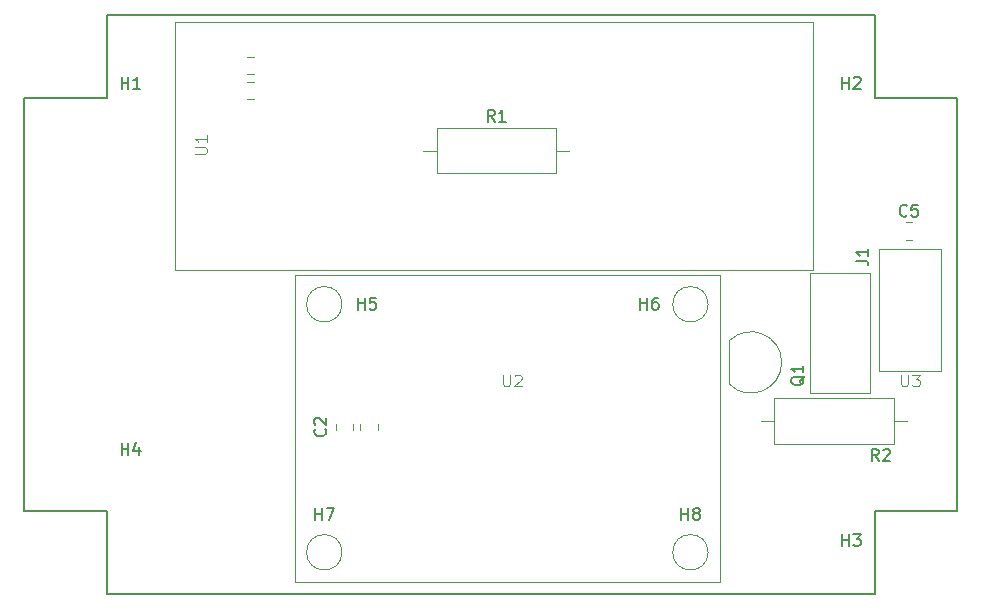
<source format=gbr>
%TF.GenerationSoftware,KiCad,Pcbnew,7.0.5*%
%TF.CreationDate,2024-02-27T08:06:29+01:00*%
%TF.ProjectId,Zeitmessung,5a656974-6d65-4737-9375-6e672e6b6963,rev?*%
%TF.SameCoordinates,Original*%
%TF.FileFunction,Legend,Top*%
%TF.FilePolarity,Positive*%
%FSLAX46Y46*%
G04 Gerber Fmt 4.6, Leading zero omitted, Abs format (unit mm)*
G04 Created by KiCad (PCBNEW 7.0.5) date 2024-02-27 08:06:29*
%MOMM*%
%LPD*%
G01*
G04 APERTURE LIST*
%ADD10C,0.150000*%
%ADD11C,0.100000*%
%ADD12C,0.120000*%
G04 APERTURE END LIST*
D10*
X86000000Y-76000000D02*
X86000000Y-41000000D01*
X86000000Y-41000000D02*
X93000000Y-41000000D01*
X158000000Y-83000000D02*
X93000000Y-83000000D01*
X93000000Y-41000000D02*
X93000000Y-34000000D01*
X165000000Y-76000000D02*
X158000000Y-76000000D01*
X93000000Y-34000000D02*
X158000000Y-34000000D01*
X158000000Y-34000000D02*
X158000000Y-41000000D01*
X158000000Y-41000000D02*
X165000000Y-41000000D01*
X158000000Y-76000000D02*
X158000000Y-83000000D01*
X93000000Y-83000000D02*
X93000000Y-76000000D01*
X93000000Y-76000000D02*
X86000000Y-76000000D01*
X165000000Y-41000000D02*
X165000000Y-76000000D01*
%TO.C,H1*%
X94238095Y-40254819D02*
X94238095Y-39254819D01*
X94238095Y-39731009D02*
X94809523Y-39731009D01*
X94809523Y-40254819D02*
X94809523Y-39254819D01*
X95809523Y-40254819D02*
X95238095Y-40254819D01*
X95523809Y-40254819D02*
X95523809Y-39254819D01*
X95523809Y-39254819D02*
X95428571Y-39397676D01*
X95428571Y-39397676D02*
X95333333Y-39492914D01*
X95333333Y-39492914D02*
X95238095Y-39540533D01*
%TO.C,C5*%
X160733333Y-50979580D02*
X160685714Y-51027200D01*
X160685714Y-51027200D02*
X160542857Y-51074819D01*
X160542857Y-51074819D02*
X160447619Y-51074819D01*
X160447619Y-51074819D02*
X160304762Y-51027200D01*
X160304762Y-51027200D02*
X160209524Y-50931961D01*
X160209524Y-50931961D02*
X160161905Y-50836723D01*
X160161905Y-50836723D02*
X160114286Y-50646247D01*
X160114286Y-50646247D02*
X160114286Y-50503390D01*
X160114286Y-50503390D02*
X160161905Y-50312914D01*
X160161905Y-50312914D02*
X160209524Y-50217676D01*
X160209524Y-50217676D02*
X160304762Y-50122438D01*
X160304762Y-50122438D02*
X160447619Y-50074819D01*
X160447619Y-50074819D02*
X160542857Y-50074819D01*
X160542857Y-50074819D02*
X160685714Y-50122438D01*
X160685714Y-50122438D02*
X160733333Y-50170057D01*
X161638095Y-50074819D02*
X161161905Y-50074819D01*
X161161905Y-50074819D02*
X161114286Y-50551009D01*
X161114286Y-50551009D02*
X161161905Y-50503390D01*
X161161905Y-50503390D02*
X161257143Y-50455771D01*
X161257143Y-50455771D02*
X161495238Y-50455771D01*
X161495238Y-50455771D02*
X161590476Y-50503390D01*
X161590476Y-50503390D02*
X161638095Y-50551009D01*
X161638095Y-50551009D02*
X161685714Y-50646247D01*
X161685714Y-50646247D02*
X161685714Y-50884342D01*
X161685714Y-50884342D02*
X161638095Y-50979580D01*
X161638095Y-50979580D02*
X161590476Y-51027200D01*
X161590476Y-51027200D02*
X161495238Y-51074819D01*
X161495238Y-51074819D02*
X161257143Y-51074819D01*
X161257143Y-51074819D02*
X161161905Y-51027200D01*
X161161905Y-51027200D02*
X161114286Y-50979580D01*
D11*
%TO.C,U2*%
X126538095Y-64457419D02*
X126538095Y-65266942D01*
X126538095Y-65266942D02*
X126585714Y-65362180D01*
X126585714Y-65362180D02*
X126633333Y-65409800D01*
X126633333Y-65409800D02*
X126728571Y-65457419D01*
X126728571Y-65457419D02*
X126919047Y-65457419D01*
X126919047Y-65457419D02*
X127014285Y-65409800D01*
X127014285Y-65409800D02*
X127061904Y-65362180D01*
X127061904Y-65362180D02*
X127109523Y-65266942D01*
X127109523Y-65266942D02*
X127109523Y-64457419D01*
X127538095Y-64552657D02*
X127585714Y-64505038D01*
X127585714Y-64505038D02*
X127680952Y-64457419D01*
X127680952Y-64457419D02*
X127919047Y-64457419D01*
X127919047Y-64457419D02*
X128014285Y-64505038D01*
X128014285Y-64505038D02*
X128061904Y-64552657D01*
X128061904Y-64552657D02*
X128109523Y-64647895D01*
X128109523Y-64647895D02*
X128109523Y-64743133D01*
X128109523Y-64743133D02*
X128061904Y-64885990D01*
X128061904Y-64885990D02*
X127490476Y-65457419D01*
X127490476Y-65457419D02*
X128109523Y-65457419D01*
D10*
%TO.C,R1*%
X125813333Y-43034819D02*
X125480000Y-42558628D01*
X125241905Y-43034819D02*
X125241905Y-42034819D01*
X125241905Y-42034819D02*
X125622857Y-42034819D01*
X125622857Y-42034819D02*
X125718095Y-42082438D01*
X125718095Y-42082438D02*
X125765714Y-42130057D01*
X125765714Y-42130057D02*
X125813333Y-42225295D01*
X125813333Y-42225295D02*
X125813333Y-42368152D01*
X125813333Y-42368152D02*
X125765714Y-42463390D01*
X125765714Y-42463390D02*
X125718095Y-42511009D01*
X125718095Y-42511009D02*
X125622857Y-42558628D01*
X125622857Y-42558628D02*
X125241905Y-42558628D01*
X126765714Y-43034819D02*
X126194286Y-43034819D01*
X126480000Y-43034819D02*
X126480000Y-42034819D01*
X126480000Y-42034819D02*
X126384762Y-42177676D01*
X126384762Y-42177676D02*
X126289524Y-42272914D01*
X126289524Y-42272914D02*
X126194286Y-42320533D01*
%TO.C,H5*%
X114238095Y-58954819D02*
X114238095Y-57954819D01*
X114238095Y-58431009D02*
X114809523Y-58431009D01*
X114809523Y-58954819D02*
X114809523Y-57954819D01*
X115761904Y-57954819D02*
X115285714Y-57954819D01*
X115285714Y-57954819D02*
X115238095Y-58431009D01*
X115238095Y-58431009D02*
X115285714Y-58383390D01*
X115285714Y-58383390D02*
X115380952Y-58335771D01*
X115380952Y-58335771D02*
X115619047Y-58335771D01*
X115619047Y-58335771D02*
X115714285Y-58383390D01*
X115714285Y-58383390D02*
X115761904Y-58431009D01*
X115761904Y-58431009D02*
X115809523Y-58526247D01*
X115809523Y-58526247D02*
X115809523Y-58764342D01*
X115809523Y-58764342D02*
X115761904Y-58859580D01*
X115761904Y-58859580D02*
X115714285Y-58907200D01*
X115714285Y-58907200D02*
X115619047Y-58954819D01*
X115619047Y-58954819D02*
X115380952Y-58954819D01*
X115380952Y-58954819D02*
X115285714Y-58907200D01*
X115285714Y-58907200D02*
X115238095Y-58859580D01*
%TO.C,H2*%
X155238095Y-40254819D02*
X155238095Y-39254819D01*
X155238095Y-39731009D02*
X155809523Y-39731009D01*
X155809523Y-40254819D02*
X155809523Y-39254819D01*
X156238095Y-39350057D02*
X156285714Y-39302438D01*
X156285714Y-39302438D02*
X156380952Y-39254819D01*
X156380952Y-39254819D02*
X156619047Y-39254819D01*
X156619047Y-39254819D02*
X156714285Y-39302438D01*
X156714285Y-39302438D02*
X156761904Y-39350057D01*
X156761904Y-39350057D02*
X156809523Y-39445295D01*
X156809523Y-39445295D02*
X156809523Y-39540533D01*
X156809523Y-39540533D02*
X156761904Y-39683390D01*
X156761904Y-39683390D02*
X156190476Y-40254819D01*
X156190476Y-40254819D02*
X156809523Y-40254819D01*
%TO.C,H4*%
X94238095Y-71254819D02*
X94238095Y-70254819D01*
X94238095Y-70731009D02*
X94809523Y-70731009D01*
X94809523Y-71254819D02*
X94809523Y-70254819D01*
X95714285Y-70588152D02*
X95714285Y-71254819D01*
X95476190Y-70207200D02*
X95238095Y-70921485D01*
X95238095Y-70921485D02*
X95857142Y-70921485D01*
%TO.C,Q1*%
X152050057Y-64595238D02*
X152002438Y-64690476D01*
X152002438Y-64690476D02*
X151907200Y-64785714D01*
X151907200Y-64785714D02*
X151764342Y-64928571D01*
X151764342Y-64928571D02*
X151716723Y-65023809D01*
X151716723Y-65023809D02*
X151716723Y-65119047D01*
X151954819Y-65071428D02*
X151907200Y-65166666D01*
X151907200Y-65166666D02*
X151811961Y-65261904D01*
X151811961Y-65261904D02*
X151621485Y-65309523D01*
X151621485Y-65309523D02*
X151288152Y-65309523D01*
X151288152Y-65309523D02*
X151097676Y-65261904D01*
X151097676Y-65261904D02*
X151002438Y-65166666D01*
X151002438Y-65166666D02*
X150954819Y-65071428D01*
X150954819Y-65071428D02*
X150954819Y-64880952D01*
X150954819Y-64880952D02*
X151002438Y-64785714D01*
X151002438Y-64785714D02*
X151097676Y-64690476D01*
X151097676Y-64690476D02*
X151288152Y-64642857D01*
X151288152Y-64642857D02*
X151621485Y-64642857D01*
X151621485Y-64642857D02*
X151811961Y-64690476D01*
X151811961Y-64690476D02*
X151907200Y-64785714D01*
X151907200Y-64785714D02*
X151954819Y-64880952D01*
X151954819Y-64880952D02*
X151954819Y-65071428D01*
X151954819Y-63690476D02*
X151954819Y-64261904D01*
X151954819Y-63976190D02*
X150954819Y-63976190D01*
X150954819Y-63976190D02*
X151097676Y-64071428D01*
X151097676Y-64071428D02*
X151192914Y-64166666D01*
X151192914Y-64166666D02*
X151240533Y-64261904D01*
%TO.C,J1*%
X156454819Y-54833333D02*
X157169104Y-54833333D01*
X157169104Y-54833333D02*
X157311961Y-54880952D01*
X157311961Y-54880952D02*
X157407200Y-54976190D01*
X157407200Y-54976190D02*
X157454819Y-55119047D01*
X157454819Y-55119047D02*
X157454819Y-55214285D01*
X157454819Y-53833333D02*
X157454819Y-54404761D01*
X157454819Y-54119047D02*
X156454819Y-54119047D01*
X156454819Y-54119047D02*
X156597676Y-54214285D01*
X156597676Y-54214285D02*
X156692914Y-54309523D01*
X156692914Y-54309523D02*
X156740533Y-54404761D01*
%TO.C,H7*%
X110638095Y-76754819D02*
X110638095Y-75754819D01*
X110638095Y-76231009D02*
X111209523Y-76231009D01*
X111209523Y-76754819D02*
X111209523Y-75754819D01*
X111590476Y-75754819D02*
X112257142Y-75754819D01*
X112257142Y-75754819D02*
X111828571Y-76754819D01*
D11*
%TO.C,U3*%
X160238095Y-64457419D02*
X160238095Y-65266942D01*
X160238095Y-65266942D02*
X160285714Y-65362180D01*
X160285714Y-65362180D02*
X160333333Y-65409800D01*
X160333333Y-65409800D02*
X160428571Y-65457419D01*
X160428571Y-65457419D02*
X160619047Y-65457419D01*
X160619047Y-65457419D02*
X160714285Y-65409800D01*
X160714285Y-65409800D02*
X160761904Y-65362180D01*
X160761904Y-65362180D02*
X160809523Y-65266942D01*
X160809523Y-65266942D02*
X160809523Y-64457419D01*
X161190476Y-64457419D02*
X161809523Y-64457419D01*
X161809523Y-64457419D02*
X161476190Y-64838371D01*
X161476190Y-64838371D02*
X161619047Y-64838371D01*
X161619047Y-64838371D02*
X161714285Y-64885990D01*
X161714285Y-64885990D02*
X161761904Y-64933609D01*
X161761904Y-64933609D02*
X161809523Y-65028847D01*
X161809523Y-65028847D02*
X161809523Y-65266942D01*
X161809523Y-65266942D02*
X161761904Y-65362180D01*
X161761904Y-65362180D02*
X161714285Y-65409800D01*
X161714285Y-65409800D02*
X161619047Y-65457419D01*
X161619047Y-65457419D02*
X161333333Y-65457419D01*
X161333333Y-65457419D02*
X161238095Y-65409800D01*
X161238095Y-65409800D02*
X161190476Y-65362180D01*
D10*
%TO.C,H3*%
X155238095Y-78954819D02*
X155238095Y-77954819D01*
X155238095Y-78431009D02*
X155809523Y-78431009D01*
X155809523Y-78954819D02*
X155809523Y-77954819D01*
X156190476Y-77954819D02*
X156809523Y-77954819D01*
X156809523Y-77954819D02*
X156476190Y-78335771D01*
X156476190Y-78335771D02*
X156619047Y-78335771D01*
X156619047Y-78335771D02*
X156714285Y-78383390D01*
X156714285Y-78383390D02*
X156761904Y-78431009D01*
X156761904Y-78431009D02*
X156809523Y-78526247D01*
X156809523Y-78526247D02*
X156809523Y-78764342D01*
X156809523Y-78764342D02*
X156761904Y-78859580D01*
X156761904Y-78859580D02*
X156714285Y-78907200D01*
X156714285Y-78907200D02*
X156619047Y-78954819D01*
X156619047Y-78954819D02*
X156333333Y-78954819D01*
X156333333Y-78954819D02*
X156238095Y-78907200D01*
X156238095Y-78907200D02*
X156190476Y-78859580D01*
D11*
%TO.C,U1*%
X100457419Y-45761904D02*
X101266942Y-45761904D01*
X101266942Y-45761904D02*
X101362180Y-45714285D01*
X101362180Y-45714285D02*
X101409800Y-45666666D01*
X101409800Y-45666666D02*
X101457419Y-45571428D01*
X101457419Y-45571428D02*
X101457419Y-45380952D01*
X101457419Y-45380952D02*
X101409800Y-45285714D01*
X101409800Y-45285714D02*
X101362180Y-45238095D01*
X101362180Y-45238095D02*
X101266942Y-45190476D01*
X101266942Y-45190476D02*
X100457419Y-45190476D01*
X101457419Y-44190476D02*
X101457419Y-44761904D01*
X101457419Y-44476190D02*
X100457419Y-44476190D01*
X100457419Y-44476190D02*
X100600276Y-44571428D01*
X100600276Y-44571428D02*
X100695514Y-44666666D01*
X100695514Y-44666666D02*
X100743133Y-44761904D01*
D10*
%TO.C,C2*%
X111459580Y-69066666D02*
X111507200Y-69114285D01*
X111507200Y-69114285D02*
X111554819Y-69257142D01*
X111554819Y-69257142D02*
X111554819Y-69352380D01*
X111554819Y-69352380D02*
X111507200Y-69495237D01*
X111507200Y-69495237D02*
X111411961Y-69590475D01*
X111411961Y-69590475D02*
X111316723Y-69638094D01*
X111316723Y-69638094D02*
X111126247Y-69685713D01*
X111126247Y-69685713D02*
X110983390Y-69685713D01*
X110983390Y-69685713D02*
X110792914Y-69638094D01*
X110792914Y-69638094D02*
X110697676Y-69590475D01*
X110697676Y-69590475D02*
X110602438Y-69495237D01*
X110602438Y-69495237D02*
X110554819Y-69352380D01*
X110554819Y-69352380D02*
X110554819Y-69257142D01*
X110554819Y-69257142D02*
X110602438Y-69114285D01*
X110602438Y-69114285D02*
X110650057Y-69066666D01*
X110650057Y-68685713D02*
X110602438Y-68638094D01*
X110602438Y-68638094D02*
X110554819Y-68542856D01*
X110554819Y-68542856D02*
X110554819Y-68304761D01*
X110554819Y-68304761D02*
X110602438Y-68209523D01*
X110602438Y-68209523D02*
X110650057Y-68161904D01*
X110650057Y-68161904D02*
X110745295Y-68114285D01*
X110745295Y-68114285D02*
X110840533Y-68114285D01*
X110840533Y-68114285D02*
X110983390Y-68161904D01*
X110983390Y-68161904D02*
X111554819Y-68733332D01*
X111554819Y-68733332D02*
X111554819Y-68114285D01*
%TO.C,H8*%
X141638095Y-76754819D02*
X141638095Y-75754819D01*
X141638095Y-76231009D02*
X142209523Y-76231009D01*
X142209523Y-76754819D02*
X142209523Y-75754819D01*
X142828571Y-76183390D02*
X142733333Y-76135771D01*
X142733333Y-76135771D02*
X142685714Y-76088152D01*
X142685714Y-76088152D02*
X142638095Y-75992914D01*
X142638095Y-75992914D02*
X142638095Y-75945295D01*
X142638095Y-75945295D02*
X142685714Y-75850057D01*
X142685714Y-75850057D02*
X142733333Y-75802438D01*
X142733333Y-75802438D02*
X142828571Y-75754819D01*
X142828571Y-75754819D02*
X143019047Y-75754819D01*
X143019047Y-75754819D02*
X143114285Y-75802438D01*
X143114285Y-75802438D02*
X143161904Y-75850057D01*
X143161904Y-75850057D02*
X143209523Y-75945295D01*
X143209523Y-75945295D02*
X143209523Y-75992914D01*
X143209523Y-75992914D02*
X143161904Y-76088152D01*
X143161904Y-76088152D02*
X143114285Y-76135771D01*
X143114285Y-76135771D02*
X143019047Y-76183390D01*
X143019047Y-76183390D02*
X142828571Y-76183390D01*
X142828571Y-76183390D02*
X142733333Y-76231009D01*
X142733333Y-76231009D02*
X142685714Y-76278628D01*
X142685714Y-76278628D02*
X142638095Y-76373866D01*
X142638095Y-76373866D02*
X142638095Y-76564342D01*
X142638095Y-76564342D02*
X142685714Y-76659580D01*
X142685714Y-76659580D02*
X142733333Y-76707200D01*
X142733333Y-76707200D02*
X142828571Y-76754819D01*
X142828571Y-76754819D02*
X143019047Y-76754819D01*
X143019047Y-76754819D02*
X143114285Y-76707200D01*
X143114285Y-76707200D02*
X143161904Y-76659580D01*
X143161904Y-76659580D02*
X143209523Y-76564342D01*
X143209523Y-76564342D02*
X143209523Y-76373866D01*
X143209523Y-76373866D02*
X143161904Y-76278628D01*
X143161904Y-76278628D02*
X143114285Y-76231009D01*
X143114285Y-76231009D02*
X143019047Y-76183390D01*
%TO.C,R2*%
X158333333Y-71774819D02*
X158000000Y-71298628D01*
X157761905Y-71774819D02*
X157761905Y-70774819D01*
X157761905Y-70774819D02*
X158142857Y-70774819D01*
X158142857Y-70774819D02*
X158238095Y-70822438D01*
X158238095Y-70822438D02*
X158285714Y-70870057D01*
X158285714Y-70870057D02*
X158333333Y-70965295D01*
X158333333Y-70965295D02*
X158333333Y-71108152D01*
X158333333Y-71108152D02*
X158285714Y-71203390D01*
X158285714Y-71203390D02*
X158238095Y-71251009D01*
X158238095Y-71251009D02*
X158142857Y-71298628D01*
X158142857Y-71298628D02*
X157761905Y-71298628D01*
X158714286Y-70870057D02*
X158761905Y-70822438D01*
X158761905Y-70822438D02*
X158857143Y-70774819D01*
X158857143Y-70774819D02*
X159095238Y-70774819D01*
X159095238Y-70774819D02*
X159190476Y-70822438D01*
X159190476Y-70822438D02*
X159238095Y-70870057D01*
X159238095Y-70870057D02*
X159285714Y-70965295D01*
X159285714Y-70965295D02*
X159285714Y-71060533D01*
X159285714Y-71060533D02*
X159238095Y-71203390D01*
X159238095Y-71203390D02*
X158666667Y-71774819D01*
X158666667Y-71774819D02*
X159285714Y-71774819D01*
%TO.C,H6*%
X138138095Y-58954819D02*
X138138095Y-57954819D01*
X138138095Y-58431009D02*
X138709523Y-58431009D01*
X138709523Y-58954819D02*
X138709523Y-57954819D01*
X139614285Y-57954819D02*
X139423809Y-57954819D01*
X139423809Y-57954819D02*
X139328571Y-58002438D01*
X139328571Y-58002438D02*
X139280952Y-58050057D01*
X139280952Y-58050057D02*
X139185714Y-58192914D01*
X139185714Y-58192914D02*
X139138095Y-58383390D01*
X139138095Y-58383390D02*
X139138095Y-58764342D01*
X139138095Y-58764342D02*
X139185714Y-58859580D01*
X139185714Y-58859580D02*
X139233333Y-58907200D01*
X139233333Y-58907200D02*
X139328571Y-58954819D01*
X139328571Y-58954819D02*
X139519047Y-58954819D01*
X139519047Y-58954819D02*
X139614285Y-58907200D01*
X139614285Y-58907200D02*
X139661904Y-58859580D01*
X139661904Y-58859580D02*
X139709523Y-58764342D01*
X139709523Y-58764342D02*
X139709523Y-58526247D01*
X139709523Y-58526247D02*
X139661904Y-58431009D01*
X139661904Y-58431009D02*
X139614285Y-58383390D01*
X139614285Y-58383390D02*
X139519047Y-58335771D01*
X139519047Y-58335771D02*
X139328571Y-58335771D01*
X139328571Y-58335771D02*
X139233333Y-58383390D01*
X139233333Y-58383390D02*
X139185714Y-58431009D01*
X139185714Y-58431009D02*
X139138095Y-58526247D01*
D12*
%TO.C,C5*%
X160638748Y-51565000D02*
X161161252Y-51565000D01*
X160638748Y-53035000D02*
X161161252Y-53035000D01*
D11*
%TO.C,U2*%
X108900000Y-56000000D02*
X144900000Y-56000000D01*
X144900000Y-56000000D02*
X144900000Y-82000000D01*
X144900000Y-82000000D02*
X108900000Y-82000000D01*
X108900000Y-82000000D02*
X108900000Y-56000000D01*
X143900000Y-79500000D02*
G75*
G03*
X143900000Y-79500000I-1500000J0D01*
G01*
X143900000Y-58500000D02*
G75*
G03*
X143900000Y-58500000I-1500000J0D01*
G01*
X112900000Y-79500000D02*
G75*
G03*
X112900000Y-79500000I-1500000J0D01*
G01*
X112900000Y-58500000D02*
G75*
G03*
X112900000Y-58500000I-1500000J0D01*
G01*
D12*
%TO.C,R1*%
X119800000Y-45500000D02*
X120910000Y-45500000D01*
X120910000Y-43580000D02*
X120910000Y-47420000D01*
X120910000Y-47420000D02*
X131050000Y-47420000D01*
X131050000Y-43580000D02*
X120910000Y-43580000D01*
X131050000Y-47420000D02*
X131050000Y-43580000D01*
X132160000Y-45500000D02*
X131050000Y-45500000D01*
%TO.C,C4*%
X104888748Y-39665000D02*
X105411252Y-39665000D01*
X104888748Y-41135000D02*
X105411252Y-41135000D01*
%TO.C,C1*%
X112365000Y-69161252D02*
X112365000Y-68638748D01*
X113835000Y-69161252D02*
X113835000Y-68638748D01*
%TO.C,C3*%
X104888748Y-37565000D02*
X105411252Y-37565000D01*
X104888748Y-39035000D02*
X105411252Y-39035000D01*
%TO.C,Q1*%
X145680000Y-61630000D02*
X145680000Y-65230000D01*
X150130000Y-63430000D02*
G75*
G03*
X145691522Y-61591522I-2600000J0D01*
G01*
X145691522Y-65268478D02*
G75*
G03*
X150130000Y-63430000I1838478J1838478D01*
G01*
%TO.C,J1*%
X163650000Y-53810000D02*
X163650000Y-64190000D01*
X158350000Y-53810000D02*
X163650000Y-53810000D01*
X163650000Y-64190000D02*
X158350000Y-64190000D01*
X158350000Y-64190000D02*
X158350000Y-53810000D01*
D11*
%TO.C,U3*%
X157600000Y-55820000D02*
X152520000Y-55820000D01*
X152520000Y-55820000D02*
X152520000Y-65980000D01*
X157600000Y-65980000D02*
X157600000Y-55820000D01*
X152520000Y-65980000D02*
X157600000Y-65980000D01*
%TO.C,U1*%
X152800000Y-34610000D02*
X98800000Y-34610000D01*
X98800000Y-34610000D02*
X98800000Y-55610000D01*
X98800000Y-55610000D02*
X152800000Y-55610000D01*
X152800000Y-55610000D02*
X152800000Y-34610000D01*
D12*
%TO.C,C2*%
X114465000Y-69161252D02*
X114465000Y-68638748D01*
X115935000Y-69161252D02*
X115935000Y-68638748D01*
%TO.C,R2*%
X160760000Y-68400000D02*
X159650000Y-68400000D01*
X159650000Y-70320000D02*
X159650000Y-66480000D01*
X159650000Y-66480000D02*
X149510000Y-66480000D01*
X149510000Y-70320000D02*
X159650000Y-70320000D01*
X149510000Y-66480000D02*
X149510000Y-70320000D01*
X148400000Y-68400000D02*
X149510000Y-68400000D01*
%TD*%
M02*

</source>
